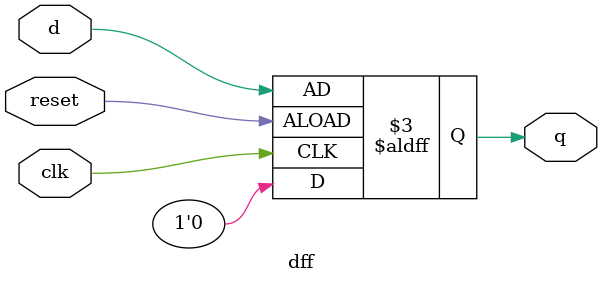
<source format=v>
module dff(clk,
reset,
d,
q
  
);
input clk;
  input reset;
  input d;
  output reg q;
  always @(posedge clk, negedge reset) begin
    if (reset == 1) begin
      q <= 0;
    end else begin
      q <= d;
    end
  end

endmodule

</source>
